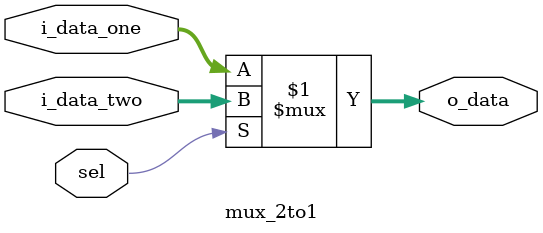
<source format=sv>
module mux_2to1 #(
  parameter WIDTH_DATA = 8
)(
  input  logic [2*WIDTH_DATA:0] i_data_one, i_data_two,
  input  logic                  sel,
  
  output logic [2*WIDTH_DATA:0] o_data
);

  assign o_data = sel ? i_data_two : i_data_one;
  
endmodule
</source>
